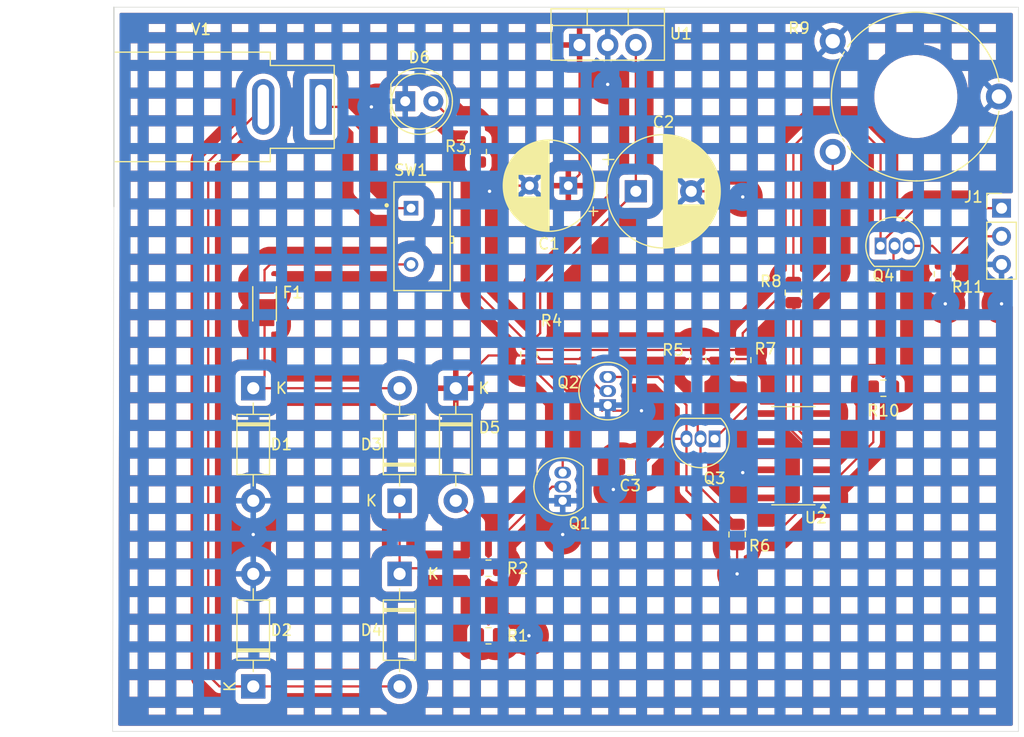
<source format=kicad_pcb>
(kicad_pcb (version 20241229) (generator "pcbnew") (generator_version "9.0")
  (title_block (title "CMPE2150 PWM Generator - rkroetch1") (date "2025-12-16") (rev "4") (company "NAIT CNT"))
  (layers (0 "F.Cu" signal) (2 "B.Cu" signal) (13 "F.Paste" user) (15 "B.Paste" user) (5 "F.SilkS" user "F.Silkscreen") (7 "B.SilkS" user "B.Silkscreen") (1 "F.Mask" user) (3 "B.Mask" user) (25 "Edge.Cuts" user))
  (net 0 "")
  (net 1 "VCC")
  (net 2 "GND")
  (net 3 "Net-(J1-Pin_1)")
  (net 4 "Net-(Q2-C)")
  (net 5 "Net-(D1-K)")
  (net 6 "GNDPWR")
  (net 7 "Net-(D3-K)")
  (net 8 "Net-(D6-A)")
  (net 9 "Net-(F1-Pad1)")
  (net 10 "Net-(J1-Pin_2)")
  (net 11 "Net-(Q1-C)")
  (net 12 "Net-(Q1-B)")
  (net 13 "Net-(Q3-B)")
  (net 14 "Net-(Q3-E)")
  (net 15 "Net-(Q4-B)")
  (net 16 "Net-(U2A-+)")
  (net 17 "Net-(R10-Pad1)")
  (net 18 "Net-(SW1-Pad1)")
  (footprint "Diode_THT:D_DO-41_SOD81_P10.16mm_Horizontal" (layer "F.Cu") (at 38.47822 57.912 -90)
    (property "Reference" "D1" (at 5.08 -2.54 180) (layer "F.SilkS"))
    (property "Value" "1N4005G")
    (fp_text user "K" (at 0 -2.54 180) (layer "F.SilkS"))
    (pad "1" thru_hole rect (at 0 0 270) (size 2.2 2.2) (drill 1.1) (layers "*.Cu" "*.Mask") (net 5 "Net-(D1-K)"))
    (pad "2" thru_hole oval (at 10.16 0 270) (size 2.2 2.2) (drill 1.1) (layers "*.Cu" "*.Mask") (net 2 "GND"))
  )
  (footprint "Library:RESC3115X65N" (layer "F.Cu") (at 39.50022 50.292 -90)
    (property "Reference" "F1" (at -1.016 -2.534 180) (layer "F.SilkS") (effects (font (size 1.016 1.016))))
    (property "Value" "NANOSMDC016F-2")
    (pad "1" smd roundrect (at -1.465 0 270) (size 1.09 1.77) (layers "F.Cu" "F.Mask" "F.Paste") (roundrect_rratio 0.07) (net 9 "Net-(F1-Pad1)"))
    (pad "2" smd roundrect (at 1.54 0 270) (size 0.94 1.77) (layers "F.Cu" "F.Mask" "F.Paste") (roundrect_rratio 0.07) (net 5 "Net-(D1-K)"))
  )
  (footprint "Connector_BarrelJack:BarrelJack_SwitchcraftConxall_RAPC10U_Horizontal" (layer "F.Cu") (at 44.56822 32.512)
    (property "Reference" "V1" (at -10.8 -7 0) (layer "F.SilkS"))
    (property "Value" "Barrel_Jack")
    (fp_line (start -18.67 -9) (end -18.67 9) (stroke (width 0.12)) (layer "Edge.Cuts"))
    (pad "1" thru_hole rect (at 0 0) (size 2.02 5.02) (drill oval 1.02 4.02) (layers "*.Cu" "*.Mask") (net 18 "Net-(SW1-Pad1)"))
    (pad "2" thru_hole oval (at -5.18 0) (size 2.02 5.02) (drill oval 1.02 4.02) (layers "*.Cu" "*.Mask") (net 6 "GNDPWR"))
  )
  (footprint "Package_SO:SOIC-14_3.9x8.7mm_P1.27mm" (layer "F.Cu") (at 87.24622 64.008 180)
    (property "Reference" "U2" (at -2.032 -5.588 0) (layer "F.SilkS"))
    (property "Value" "LM339AJ")
    (pad "1" smd roundrect (at -2.475 -3.81 180) (size 1.95 0.6) (layers "F.Cu" "F.Mask" "F.Paste"))
    (pad "2" smd roundrect (at -2.475 -2.54 180) (size 1.95 0.6) (layers "F.Cu" "F.Mask" "F.Paste") (net 17 "Net-(R10-Pad1)"))
    (pad "3" smd roundrect (at -2.475 -1.27 180) (size 1.95 0.6) (layers "F.Cu" "F.Mask" "F.Paste") (net 1 "VCC"))
    (pad "4" smd roundrect (at -2.475 0 180) (size 1.95 0.6) (layers "F.Cu" "F.Mask" "F.Paste") (net 4 "Net-(Q2-C)"))
    (pad "5" smd roundrect (at -2.475 1.27 180) (size 1.95 0.6) (layers "F.Cu" "F.Mask" "F.Paste") (net 16 "Net-(U2A-+)"))
    (pad "6" smd roundrect (at -2.475 2.54 180) (size 1.95 0.6) (layers "F.Cu" "F.Mask" "F.Paste"))
    (pad "7" smd roundrect (at -2.475 3.81 180) (size 1.95 0.6) (layers "F.Cu" "F.Mask" "F.Paste"))
    (pad "8" smd roundrect (at 2.475 3.81 180) (size 1.95 0.6) (layers "F.Cu" "F.Mask" "F.Paste"))
    (pad "9" smd roundrect (at 2.475 2.54 180) (size 1.95 0.6) (layers "F.Cu" "F.Mask" "F.Paste"))
    (pad "10" smd roundrect (at 2.475 1.27 180) (size 1.95 0.6) (layers "F.Cu" "F.Mask" "F.Paste"))
    (pad "11" smd roundrect (at 2.475 0 180) (size 1.95 0.6) (layers "F.Cu" "F.Mask" "F.Paste"))
    (pad "12" smd roundrect (at 2.475 -1.27 180) (size 1.95 0.6) (layers "F.Cu" "F.Mask" "F.Paste") (net 2 "GND"))
    (pad "13" smd roundrect (at 2.475 -2.54 180) (size 1.95 0.6) (layers "F.Cu" "F.Mask" "F.Paste"))
    (pad "14" smd roundrect (at 2.475 -3.81 180) (size 1.95 0.6) (layers "F.Cu" "F.Mask" "F.Paste"))
  )
  (footprint "Package_TO_SOT_THT:TO-220-3_Vertical" (layer "F.Cu") (at 67.94222 26.924)
    (property "Reference" "U1" (at 9.144 -1.016 0) (layer "F.SilkS"))
    (property "Value" "LM7805_TO220")
    (pad "1" thru_hole rect (at 0 0) (size 1.905 2) (drill 1.1) (layers "*.Cu" "*.Mask") (net 1 "VCC"))
    (pad "2" thru_hole oval (at 2.54 0) (size 1.905 2) (drill 1.1) (layers "*.Cu" "*.Mask") (net 2 "GND"))
    (pad "3" thru_hole oval (at 5.08 0) (size 1.905 2) (drill 1.1) (layers "*.Cu" "*.Mask") (net 3 "Net-(J1-Pin_1)"))
  )
  (footprint "Resistor_SMD:R_0805_2012Metric" (layer "F.Cu") (at 100.70822 47.604 -90)
    (property "Reference" "R11" (at 1.164 -2.286 180) (layer "F.SilkS"))
    (property "Value" "180")
    (pad "1" smd roundrect (at -0.9125 0 270) (size 1.025 1.4) (layers "F.Cu" "F.Mask" "F.Paste") (roundrect_rratio 0.243902) (net 10 "Net-(J1-Pin_2)"))
    (pad "2" smd roundrect (at 0.9125 0 270) (size 1.025 1.4) (layers "F.Cu" "F.Mask" "F.Paste") (roundrect_rratio 0.243902) (net 2 "GND"))
  )
  (footprint "Resistor_SMD:R_0805_2012Metric" (layer "F.Cu") (at 59.71672 74.168)
    (property "Reference" "R2" (at 2.6375 0 0) (layer "F.SilkS"))
    (property "Value" "1M")
    (pad "1" smd roundrect (at -0.9125 0) (size 1.025 1.4) (layers "F.Cu" "F.Mask" "F.Paste") (roundrect_rratio 0.243902) (net 7 "Net-(D3-K)"))
    (pad "2" smd roundrect (at 0.9125 0) (size 1.025 1.4) (layers "F.Cu" "F.Mask" "F.Paste") (roundrect_rratio 0.243902) (net 12 "Net-(Q1-B)"))
  )
  (footprint "Package_TO_SOT_THT:TO-92_Inline" (layer "F.Cu") (at 70.48222 59.436 90)
    (property "Reference" "Q2" (at 2.032 -3.556 180) (layer "F.SilkS"))
    (property "Value" "2N3904")
    (pad "1" thru_hole rect (at 0 0 90) (size 1.05 1.5) (drill 0.75) (layers "*.Cu" "*.Mask") (net 2 "GND"))
    (pad "2" thru_hole oval (at 1.27 0 90) (size 1.05 1.5) (drill 0.75) (layers "*.Cu" "*.Mask") (net 11 "Net-(Q1-C)"))
    (pad "3" thru_hole oval (at 2.54 0 90) (size 1.05 1.5) (drill 0.75) (layers "*.Cu" "*.Mask") (net 4 "Net-(Q2-C)"))
  )
  (footprint "Package_TO_SOT_THT:TO-92_Inline" (layer "F.Cu") (at 95.12022 45.064)
    (property "Reference" "Q4" (at 0.254 2.688 0) (layer "F.SilkS"))
    (property "Value" "2N3906")
    (pad "1" thru_hole rect (at 0 0) (size 1.05 1.5) (drill 0.75) (layers "*.Cu" "*.Mask") (net 3 "Net-(J1-Pin_1)"))
    (pad "2" thru_hole oval (at 1.27 0) (size 1.05 1.5) (drill 0.75) (layers "*.Cu" "*.Mask") (net 15 "Net-(Q4-B)"))
    (pad "3" thru_hole oval (at 2.54 0) (size 1.05 1.5) (drill 0.75) (layers "*.Cu" "*.Mask") (net 10 "Net-(J1-Pin_2)"))
  )
  (footprint "Diode_THT:D_DO-41_SOD81_P10.16mm_Horizontal" (layer "F.Cu") (at 51.69222 74.676 -90)
    (property "Reference" "D4" (at 5.08 2.546 180) (layer "F.SilkS"))
    (property "Value" "1N4005G")
    (fp_text user "K" (at 0 -3.042 180) (layer "F.SilkS"))
    (pad "1" thru_hole rect (at 0 0 270) (size 2.2 2.2) (drill 1.1) (layers "*.Cu" "*.Mask") (net 7 "Net-(D3-K)"))
    (pad "2" thru_hole oval (at 10.16 0 270) (size 2.2 2.2) (drill 1.1) (layers "*.Cu" "*.Mask") (net 6 "GNDPWR"))
  )
  (footprint "Capacitor_THT:CP_Radial_D10.0mm_P5.00mm" (layer "F.Cu") (at 73.02222 40.132)
    (property "Reference" "C2" (at 2.5 -6.25 0) (layer "F.SilkS"))
    (property "Value" "10uF")
    (pad "1" thru_hole rect (at 0 0) (size 2 2) (drill 1) (layers "*.Cu" "*.Mask") (net 3 "Net-(J1-Pin_1)"))
    (pad "2" thru_hole circle (at 5 0) (size 2 2) (drill 1) (layers "*.Cu" "*.Mask") (net 2 "GND"))
  )
  (footprint "Resistor_SMD:R_0805_2012Metric" (layer "F.Cu") (at 58.79822 36.576 90)
    (property "Reference" "R3" (at 0.508 -2.032 180) (layer "F.SilkS"))
    (property "Value" "330")
    (pad "1" smd roundrect (at -0.9125 0 90) (size 1.025 1.4) (layers "F.Cu" "F.Mask" "F.Paste") (roundrect_rratio 0.243902) (net 3 "Net-(J1-Pin_1)"))
    (pad "2" smd roundrect (at 0.9125 0 90) (size 1.025 1.4) (layers "F.Cu" "F.Mask" "F.Paste") (roundrect_rratio 0.243902) (net 8 "Net-(D6-A)"))
  )
  (footprint "Diode_THT:D_DO-41_SOD81_P10.16mm_Horizontal" (layer "F.Cu") (at 56.76622 57.912 -90)
    (property "Reference" "D5" (at 3.556 -3.042 180) (layer "F.SilkS"))
    (property "Value" "1N4005G")
    (fp_text user "K" (at 0 -2.54 180) (layer "F.SilkS"))
    (pad "1" thru_hole rect (at 0 0 270) (size 2.2 2.2) (drill 1.1) (layers "*.Cu" "*.Mask") (net 1 "VCC"))
    (pad "2" thru_hole oval (at 10.16 0 270) (size 2.2 2.2) (drill 1.1) (layers "*.Cu" "*.Mask") (net 7 "Net-(D3-K)"))
  )
  (footprint "Resistor_SMD:R_0805_2012Metric" (layer "F.Cu") (at 78.61022 55.372 -90)
    (property "Reference" "R5" (at -0.9125 2.230171 180) (layer "F.SilkS"))
    (property "Value" "220k")
    (pad "1" smd roundrect (at -0.9125 0 270) (size 1.025 1.4) (layers "F.Cu" "F.Mask" "F.Paste") (roundrect_rratio 0.243902) (net 3 "Net-(J1-Pin_1)"))
    (pad "2" smd roundrect (at 0.9125 0 270) (size 1.025 1.4) (layers "F.Cu" "F.Mask" "F.Paste") (roundrect_rratio 0.243902) (net 13 "Net-(Q3-B)"))
  )
  (footprint "Resistor_SMD:R_0805_2012Metric" (layer "F.Cu") (at 82.16622 71.12 -90)
    (property "Reference" "R6" (at 1.016 -2.032 180) (layer "F.SilkS"))
    (property "Value" "390k")
    (pad "1" smd roundrect (at -0.9125 0 270) (size 1.025 1.4) (layers "F.Cu" "F.Mask" "F.Paste") (roundrect_rratio 0.243902) (net 13 "Net-(Q3-B)"))
    (pad "2" smd roundrect (at 0.9125 0 270) (size 1.025 1.4) (layers "F.Cu" "F.Mask" "F.Paste") (roundrect_rratio 0.243902) (net 2 "GND"))
  )
  (footprint "Resistor_SMD:R_0805_2012Metric" (layer "F.Cu") (at 63.37022 54.864 -90)
    (property "Reference" "R4" (at -3.048 -2.032 180) (layer "F.SilkS"))
    (property "Value" "10k")
    (pad "1" smd roundrect (at -0.9125 0 270) (size 1.025 1.4) (layers "F.Cu" "F.Mask" "F.Paste") (roundrect_rratio 0.243902) (net 3 "Net-(J1-Pin_1)"))
    (pad "2" smd roundrect (at 0.9125 0 270) (size 1.025 1.4) (layers "F.Cu" "F.Mask" "F.Paste") (roundrect_rratio 0.243902) (net 11 "Net-(Q1-C)"))
  )
  (footprint "Package_TO_SOT_THT:TO-92_Inline" (layer "F.Cu") (at 80.13422 62.484 180)
    (property "Reference" "Q3" (at 0 -3.56 0) (layer "F.SilkS"))
    (property "Value" "2N3906")
    (pad "1" thru_hole rect (at 0 0 180) (size 1.05 1.5) (drill 0.75) (layers "*.Cu" "*.Mask") (net 14 "Net-(Q3-E)"))
    (pad "2" thru_hole oval (at 1.27 0 180) (size 1.05 1.5) (drill 0.75) (layers "*.Cu" "*.Mask") (net 13 "Net-(Q3-B)"))
    (pad "3" thru_hole oval (at 2.54 0 180) (size 1.05 1.5) (drill 0.75) (layers "*.Cu" "*.Mask") (net 4 "Net-(Q2-C)"))
  )
  (footprint "LED_THT:LED_D5.0mm" (layer "F.Cu") (at 52.20022 32.004)
    (property "Reference" "D6" (at 1.27 -3.96 0) (layer "F.SilkS"))
    (property "Value" "LED_GREEN")
    (pad "1" thru_hole rect (at 0 0) (size 1.8 1.8) (drill 0.9) (layers "*.Cu" "*.Mask") (net 2 "GND"))
    (pad "2" thru_hole circle (at 2.54 0) (size 1.8 1.8) (drill 0.9) (layers "*.Cu" "*.Mask") (net 8 "Net-(D6-A)"))
  )
  (footprint "Resistor_SMD:R_0805_2012Metric" (layer "F.Cu") (at 59.71672 80.264)
    (property "Reference" "R1" (at 2.6375 0 0) (layer "F.SilkS"))
    (property "Value" "2.2k")
    (pad "1" smd roundrect (at -0.9125 0) (size 1.025 1.4) (layers "F.Cu" "F.Mask" "F.Paste") (roundrect_rratio 0.243902) (net 7 "Net-(D3-K)"))
    (pad "2" smd roundrect (at 0.9125 0) (size 1.025 1.4) (layers "F.Cu" "F.Mask" "F.Paste") (roundrect_rratio 0.243902) (net 2 "GND"))
  )
  (footprint "Library:SW_AS11CP" (layer "F.Cu") (at 53.72422 44.196)
    (property "Reference" "SW1" (at -1.022 -5.975 0) (layer "F.SilkS"))
    (property "Value" "AS11CP")
    (pad "1" thru_hole rect (at -1 -2.54) (size 1.308 1.308) (drill 0.8) (layers "*.Cu" "*.Mask") (net 18 "Net-(SW1-Pad1)"))
    (pad "3" thru_hole circle (at -1 2.54) (size 1.308 1.308) (drill 0.8) (layers "*.Cu" "*.Mask") (net 9 "Net-(F1-Pad1)"))
  )
  (footprint "Capacitor_THT:CP_Radial_D8.0mm_P3.50mm" (layer "F.Cu") (at 66.92622 39.624 180)
    (property "Reference" "C1" (at 1.75 -5.25 0) (layer "F.SilkS"))
    (property "Value" "220uF")
    (pad "1" thru_hole rect (at 0 0 180) (size 1.6 1.6) (drill 0.8) (layers "*.Cu" "*.Mask") (net 1 "VCC"))
    (pad "2" thru_hole circle (at 3.5 0 180) (size 1.6 1.6) (drill 0.8) (layers "*.Cu" "*.Mask") (net 2 "GND"))
  )
  (footprint "Resistor_SMD:R_0805_2012Metric" (layer "F.Cu") (at 87.24622 49.276 -90)
    (property "Reference" "R8" (at -1.016 2.032 180) (layer "F.SilkS"))
    (property "Value" "2.2k")
    (pad "1" smd roundrect (at -0.9125 0 270) (size 1.025 1.4) (layers "F.Cu" "F.Mask" "F.Paste") (roundrect_rratio 0.243902) (net 3 "Net-(J1-Pin_1)"))
    (pad "2" smd roundrect (at 0.9125 0 270) (size 1.025 1.4) (layers "F.Cu" "F.Mask" "F.Paste") (roundrect_rratio 0.243902) (net 16 "Net-(U2A-+)"))
  )
  (footprint "Resistor_SMD:R_0805_2012Metric" (layer "F.Cu") (at 95.37422 57.912)
    (property "Reference" "R10" (at 0 2.032 0) (layer "F.SilkS"))
    (property "Value" "8.2k")
    (pad "1" smd roundrect (at -0.9125 0) (size 1.025 1.4) (layers "F.Cu" "F.Mask" "F.Paste") (roundrect_rratio 0.243902) (net 17 "Net-(R10-Pad1)"))
    (pad "2" smd roundrect (at 0.9125 0) (size 1.025 1.4) (layers "F.Cu" "F.Mask" "F.Paste") (roundrect_rratio 0.243902) (net 15 "Net-(Q4-B)"))
  )
  (footprint "Diode_THT:D_DO-41_SOD81_P10.16mm_Horizontal" (layer "F.Cu") (at 51.69222 68.072 90)
    (property "Reference" "D3" (at 5.08 -2.546 180) (layer "F.SilkS"))
    (property "Value" "1N4005G")
    (fp_text user "K" (at 0 -2.546 180) (layer "F.SilkS"))
    (pad "1" thru_hole rect (at 0 0 90) (size 2.2 2.2) (drill 1.1) (layers "*.Cu" "*.Mask") (net 7 "Net-(D3-K)"))
    (pad "2" thru_hole oval (at 10.16 0 90) (size 2.2 2.2) (drill 1.1) (layers "*.Cu" "*.Mask") (net 5 "Net-(D1-K)"))
  )
  (footprint "Potentiometer_THT:Potentiometer_Piher_PT-15-V15_Vertical_Hole" (layer "F.Cu") (at 90.80222 36.576)
    (property "Reference" "R9" (at -3.048 -11.176 0) (layer "F.SilkS"))
    (property "Value" "5k")
    (pad "" np_thru_hole circle (at 7.5 -5) (size 7 7) (drill 7) (layers "*.Cu" "*.Mask"))
    (pad "1" thru_hole circle (at 0 0) (size 2.34 2.34) (drill 1.3) (layers "*.Cu" "*.Mask") (net 16 "Net-(U2A-+)"))
    (pad "2" thru_hole circle (at 15 -5) (size 2.34 2.34) (drill 1.3) (layers "*.Cu" "*.Mask") (net 2 "GND"))
    (pad "3" thru_hole circle (at 0 -10) (size 2.34 2.34) (drill 1.3) (layers "*.Cu" "*.Mask") (net 2 "GND"))
  )
  (footprint "Capacitor_SMD:C_0805_2012Metric" (layer "F.Cu") (at 72.51422 65.024 180)
    (property "Reference" "C3" (at 0 -1.68 0) (layer "F.SilkS"))
    (property "Value" "0.1uF")
    (pad "1" smd roundrect (at -0.95 0 180) (size 1 1.45) (layers "F.Cu" "F.Mask" "F.Paste") (net 4 "Net-(Q2-C)"))
    (pad "2" smd roundrect (at 0.95 0 180) (size 1 1.45) (layers "F.Cu" "F.Mask" "F.Paste") (net 2 "GND"))
  )
  (footprint "Connector_PinHeader_2.54mm:PinHeader_1x03_P2.54mm_Vertical" (layer "F.Cu") (at 106.04222 41.656)
    (property "Reference" "J1" (at -2.54 -1.016 0) (layer "F.SilkS"))
    (property "Value" "Conn_01x03_Pin")
    (pad "1" thru_hole rect (at 0 0) (size 1.7 1.7) (drill 1) (layers "*.Cu" "*.Mask") (net 3 "Net-(J1-Pin_1)"))
    (pad "2" thru_hole oval (at 0 2.54) (size 1.7 1.7) (drill 1) (layers "*.Cu" "*.Mask") (net 10 "Net-(J1-Pin_2)"))
    (pad "3" thru_hole oval (at 0 5.08) (size 1.7 1.7) (drill 1) (layers "*.Cu" "*.Mask") (net 2 "GND"))
  )
  (footprint "Package_TO_SOT_THT:TO-92_Inline" (layer "F.Cu") (at 66.41822 68.072 90)
    (property "Reference" "Q1" (at -2.032 1.524 180) (layer "F.SilkS"))
    (property "Value" "2N3904")
    (pad "1" thru_hole rect (at 0 0 90) (size 1.05 1.5) (drill 0.75) (layers "*.Cu" "*.Mask") (net 2 "GND"))
    (pad "2" thru_hole oval (at 1.27 0 90) (size 1.05 1.5) (drill 0.75) (layers "*.Cu" "*.Mask") (net 12 "Net-(Q1-B)"))
    (pad "3" thru_hole oval (at 2.54 0 90) (size 1.05 1.5) (drill 0.75) (layers "*.Cu" "*.Mask") (net 11 "Net-(Q1-C)"))
  )
  (footprint "Diode_THT:D_DO-41_SOD81_P10.16mm_Horizontal" (layer "F.Cu") (at 38.47822 84.836 90)
    (property "Reference" "D2" (at 5.08 2.54 180) (layer "F.SilkS"))
    (property "Value" "1N4005G")
    (fp_text user "K" (at 0 -2.1 90) (layer "F.SilkS"))
    (pad "1" thru_hole rect (at 0 0 90) (size 2.2 2.2) (drill 1.1) (layers "*.Cu" "*.Mask") (net 6 "GNDPWR"))
    (pad "2" thru_hole oval (at 10.16 0 90) (size 2.2 2.2) (drill 1.1) (layers "*.Cu" "*.Mask") (net 2 "GND"))
  )
  (footprint "Resistor_SMD:R_0805_2012Metric" (layer "F.Cu") (at 82.67422 55.372 -90)
    (property "Reference" "R7" (at -1.016 -2.032 180) (layer "F.SilkS"))
    (property "Value" "22k")
    (pad "1" smd roundrect (at -0.9125 0 270) (size 1.025 1.4) (layers "F.Cu" "F.Mask" "F.Paste") (roundrect_rratio 0.243902) (net 3 "Net-(J1-Pin_1)"))
    (pad "2" smd roundrect (at 0.9125 0 270) (size 1.025 1.4) (layers "F.Cu" "F.Mask" "F.Paste") (roundrect_rratio 0.243902) (net 14 "Net-(Q3-E)"))
  )
  (gr_line (start 107.56622 23.512) (end 107.56622 88.9) (stroke (width 0.0508)) (layer "Edge.Cuts"))
  (gr_line (start 25.77822 88.9) (end 107.56622 88.9) (stroke (width 0.0508)) (layer "Edge.Cuts"))
  (gr_line (start 107.56622 23.512) (end 25.89822 23.512) (stroke (width 0.0508)) (layer "Edge.Cuts"))
  (gr_line (start 25.77822 88.9) (end 25.89822 41.512) (stroke (width 0.0508)) (layer "Edge.Cuts"))
  (segment (start 90.680776 63.3438) (end 91.00202 63.665044) (width 0.2032) (layer "F.Cu") (net 1))
  (segment (start 67.94222 26.924) (end 67.94222 38.608) (width 0.2032) (layer "F.Cu") (net 1))
  (segment (start 84.18802 55.276854) (end 86.05202 57.140854) (width 0.2032) (layer "F.Cu") (net 1))
  (segment (start 56.76622 57.912) (end 59.72002 54.9582) (width 0.2032) (layer "F.Cu") (net 1))
  (segment (start 88.703264 63.3438) (end 90.680776 63.3438) (width 0.2032) (layer "F.Cu") (net 1))
  (segment (start 59.72002 54.9582) (end 64.057366 54.9582) (width 0.2032) (layer "F.Cu") (net 1))
  (segment (start 86.05202 60.692556) (end 88.703264 63.3438) (width 0.2032) (layer "F.Cu") (net 1))
  (segment (start 91.00202 64.972199) (end 90.696219 65.278) (width 0.2032) (layer "F.Cu") (net 1))
  (segment (start 86.05202 57.140854) (end 86.05202 60.692556) (width 0.2032) (layer "F.Cu") (net 1))
  (segment (start 90.696219 65.278) (end 89.72122 65.278) (width 0.2032) (layer "F.Cu") (net 1))
  (segment (start 91.00202 63.665044) (end 91.00202 64.972199) (width 0.2032) (layer "F.Cu") (net 1))
  (segment (start 67.94222 38.608) (end 66.92622 39.624) (width 0.2032) (layer "F.Cu") (net 1))
  (segment (start 64.37602 55.276854) (end 84.18802 55.276854) (width 0.2032) (layer "F.Cu") (net 1))
  (segment (start 64.057366 54.9582) (end 64.37602 55.276854) (width 0.2032) (layer "F.Cu") (net 1))
  (segment (start 73.53022 59.944) (end 70.99022 59.944) (width 0.2032) (layer "F.Cu") (net 2))
  (segment (start 38.47822 74.676) (end 38.47822 71.12) (width 0.2032) (layer "F.Cu") (net 2))
  (segment (start 60.62922 80.264) (end 63.37022 80.264) (width 0.2032) (layer "F.Cu") (net 2))
  (segment (start 71.56422 66.482) (end 70.99022 67.056) (width 0.2032) (layer "F.Cu") (net 2))
  (segment (start 70.48222 26.924) (end 70.48222 30.48) (width 0.2032) (layer "F.Cu") (net 2))
  (segment (start 66.41822 68.072) (end 66.41822 71.12) (width 0.2032) (layer "F.Cu") (net 2))
  (segment (start 100.70822 50.038) (end 100.96222 50.292) (width 0.2032) (layer "F.Cu") (net 2))
  (segment (start 82.16622 72.0325) (end 82.16622 74.676) (width 0.2032) (layer "F.Cu") (net 2))
  (segment (start 69.97422 59.944) (end 70.48222 59.436) (width 0.2032) (layer "F.Cu") (net 2))
  (segment (start 106.04222 46.736) (end 106.04222 50.292) (width 0.2032) (layer "F.Cu") (net 2))
  (segment (start 100.70822 48.5165) (end 100.70822 49.128) (width 0.2032) (layer "F.Cu") (net 2))
  (segment (start 84.77122 65.278) (end 82.92822 65.278) (width 0.2032) (layer "F.Cu") (net 2))
  (segment (start 82.16622 40.132) (end 82.67422 40.64) (width 0.2032) (layer "F.Cu") (net 2))
  (segment (start 49.65422 32.004) (end 49.14622 32.512) (width 0.2032) (layer "F.Cu") (net 2))
  (segment (start 82.92822 65.278) (end 82.67422 65.532) (width 0.2032) (layer "F.Cu") (net 2))
  (segment (start 70.99022 59.944) (end 70.48222 59.436) (width 0.2032) (layer "F.Cu") (net 2))
  (segment (start 63.42622 39.624) (end 60.32222 39.624) (width 0.2032) (layer "F.Cu") (net 2))
  (segment (start 60.32222 39.624) (end 59.81422 40.132) (width 0.2032) (layer "F.Cu") (net 2))
  (segment (start 78.02222 40.132) (end 82.16622 40.132) (width 0.2032) (layer "F.Cu") (net 2))
  (segment (start 100.70822 48.5165) (end 100.70822 50.038) (width 0.2032) (layer "F.Cu") (net 2))
  (segment (start 71.56422 65.024) (end 71.56422 66.482) (width 0.2032) (layer "F.Cu") (net 2))
  (segment (start 52.20022 32.004) (end 49.65422 32.004) (width 0.2032) (layer "F.Cu") (net 2))
  (segment (start 38.47822 68.072) (end 38.47822 71.12) (width 0.2032) (layer "F.Cu") (net 2))
  (via (at 63.37022 80.264) (size 0.6096) (drill 0.3048) (layers "F.Cu" "B.Cu") (net 2))
  (via (at 106.04222 50.292) (size 0.6096) (drill 0.3048) (layers "F.Cu" "B.Cu") (net 2))
  (via (at 82.67422 40.64) (size 0.6096) (drill 0.3048) (layers "F.Cu" "B.Cu") (net 2))
  (via (at 49.14622 32.512) (size 0.6096) (drill 0.3048) (layers "F.Cu" "B.Cu") (net 2))
  (via (at 38.47822 71.12) (size 0.6096) (drill 0.3048) (layers "F.Cu" "B.Cu") (net 2))
  (via (at 70.48222 30.48) (size 0.6096) (drill 0.3048) (layers "F.Cu" "B.Cu") (net 2))
  (via (at 66.41822 71.12) (size 0.6096) (drill 0.3048) (layers "F.Cu" "B.Cu") (net 2))
  (via (at 100.96222 50.292) (size 0.6096) (drill 0.3048) (layers "F.Cu" "B.Cu") (net 2))
  (via (at 73.53022 59.944) (size 0.6096) (drill 0.3048) (layers "F.Cu" "B.Cu") (net 2))
  (via (at 59.81422 40.132) (size 0.6096) (drill 0.3048) (layers "F.Cu" "B.Cu") (net 2))
  (via (at 82.67422 65.532) (size 0.6096) (drill 0.3048) (layers "F.Cu" "B.Cu") (net 2))
  (via (at 82.16622 74.676) (size 0.6096) (drill 0.3048) (layers "F.Cu" "B.Cu") (net 2))
  (via (at 70.99022 67.056) (size 0.6096) (drill 0.3048) (layers "F.Cu" "B.Cu") (net 2))
  (segment (start 64.38622 52.9355) (end 63.37022 53.9515) (width 0.2032) (layer "F.Cu") (net 3))
  (segment (start 78.61022 54.4595) (end 82.67422 54.4595) (width 0.2032) (layer "F.Cu") (net 3))
  (segment (start 89.27822 34.036) (end 92.83422 34.036) (width 0.2032) (layer "F.Cu") (net 3))
  (segment (start 87.24622 36.068) (end 89.27822 34.036) (width 0.2032) (layer "F.Cu") (net 3))
  (segment (start 82.67422 54.4595) (end 82.67422 52.9355) (width 0.2032) (layer "F.Cu") (net 3))
  (segment (start 106.04222 41.656) (end 98.30322 41.656) (width 0.2032) (layer "F.Cu") (net 3))
  (segment (start 78.61022 54.4595) (end 63.87822 54.4595) (width 0.2032) (layer "F.Cu") (net 3))
  (segment (start 87.24622 48.3635) (end 87.24622 36.068) (width 0.2032) (layer "F.Cu") (net 3))
  (segment (start 64.38622 48.768) (end 73.02222 40.132) (width 0.2032) (layer "F.Cu") (net 3))
  (segment (start 98.30322 41.656) (end 95.12022 44.839) (width 0.2032) (layer "F.Cu") (net 3))
  (segment (start 63.87822 54.4595) (end 63.37022 53.9515) (width 0.2032) (layer "F.Cu") (net 3))
  (segment (start 73.02222 40.132) (end 73.02222 26.924) (width 0.2032) (layer "F.Cu") (net 3))
  (segment (start 64.38622 48.768) (end 64.38622 52.9355) (width 0.2032) (layer "F.Cu") (net 3))
  (segment (start 58.79822 49.3795) (end 63.37022 53.9515) (width 0.2032) (layer "F.Cu") (net 3))
  (segment (start 95.12022 44.839) (end 95.12022 45.064) (width 0.2032) (layer "F.Cu") (net 3))
  (segment (start 58.79822 37.4885) (end 58.79822 49.3795) (width 0.2032) (layer "F.Cu") (net 3))
  (segment (start 95.12022 36.322) (end 95.12022 45.064) (width 0.2032) (layer "F.Cu") (net 3))
  (segment (start 82.67422 52.9355) (end 87.24622 48.3635) (width 0.2032) (layer "F.Cu") (net 3))
  (segment (start 92.83422 34.036) (end 95.12022 36.322) (width 0.2032) (layer "F.Cu") (net 3))
  (segment (start 77.59422 62.484) (end 77.59422 67.140946) (width 0.2032) (layer "F.Cu") (net 4))
  (segment (start 88.746221 64.008) (end 89.72122 64.008) (width 0.2032) (layer "F.Cu") (net 4))
  (segment (start 76.00422 62.484) (end 77.59422 62.484) (width 0.2032) (layer "F.Cu") (net 4))
  (segment (start 88.44042 68.295799) (end 88.44042 64.313801) (width 0.2032) (layer "F.Cu") (net 4))
  (segment (start 70.48222 56.896) (end 75.05422 56.896) (width 0.2032) (layer "F.Cu") (net 4))
  (segment (start 77.59422 59.436) (end 77.59422 62.484) (width 0.2032) (layer "F.Cu") (net 4))
  (segment (start 85.710419 71.0258) (end 88.44042 68.295799) (width 0.2032) (layer "F.Cu") (net 4))
  (segment (start 75.05422 56.896) (end 77.59422 59.436) (width 0.2032) (layer "F.Cu") (net 4))
  (segment (start 70.48222 56.896) (end 70.48222 56.827849) (width 0.2032) (layer "F.Cu") (net 4))
  (segment (start 73.46422 65.024) (end 76.00422 62.484) (width 0.2032) (layer "F.Cu") (net 4))
  (segment (start 88.44042 64.313801) (end 88.746221 64.008) (width 0.2032) (layer "F.Cu") (net 4))
  (segment (start 77.59422 67.140946) (end 81.479074 71.0258) (width 0.2032) (layer "F.Cu") (net 4))
  (segment (start 81.479074 71.0258) (end 85.710419 71.0258) (width 0.2032) (layer "F.Cu") (net 4))
  (segment (start 39.50022 51.832) (end 39.50022 56.89) (width 0.2032) (layer "F.Cu") (net 5))
  (segment (start 39.50022 56.89) (end 38.47822 57.912) (width 0.2032) (layer "F.Cu") (net 5))
  (segment (start 38.47822 57.912) (end 51.69222 57.912) (width 0.2032) (layer "F.Cu") (net 5))
  (segment (start 51.69222 84.836) (end 38.47822 84.836) (width 0.2032) (layer "F.Cu") (net 6))
  (segment (start 35.43022 84.836) (end 38.47822 84.836) (width 0.2032) (layer "F.Cu") (net 6))
  (segment (start 39.38822 32.512) (end 34.41422 37.486) (width 0.2032) (layer "F.Cu") (net 6))
  (segment (start 34.41422 83.82) (end 35.43022 84.836) (width 0.2032) (layer "F.Cu") (net 6))
  (segment (start 34.41422 37.486) (end 34.41422 83.82) (width 0.2032) (layer "F.Cu") (net 6))
  (segment (start 39.38822 32.512) (end 39.38822 34.142) (width 0.2032) (layer "B.Cu") (net 6))
  (segment (start 58.80422 74.168) (end 58.80422 70.11) (width 0.2032) (layer "F.Cu") (net 7))
  (segment (start 58.80422 74.168) (end 58.80422 80.264) (width 0.2032) (layer "F.Cu") (net 7))
  (segment (start 58.80422 70.11) (end 56.76622 68.072) (width 0.2032) (layer "F.Cu") (net 7))
  (segment (start 51.69222 74.676) (end 52.19422 74.676) (width 0.2032) (layer "F.Cu") (net 7))
  (segment (start 52.19422 74.676) (end 52.70222 74.168) (width 0.2032) (layer "F.Cu") (net 7))
  (segment (start 51.69222 74.676) (end 51.69222 68.072) (width 0.2032) (layer "F.Cu") (net 7))
  (segment (start 52.70222 74.168) (end 58.80422 74.168) (width 0.2032) (layer "F.Cu") (net 7))
  (segment (start 58.29022 34.036) (end 58.79822 34.544) (width 0.2032) (layer "F.Cu") (net 8))
  (segment (start 54.74022 32.004) (end 56.77222 34.036) (width 0.2032) (layer "F.Cu") (net 8))
  (segment (start 58.79822 34.544) (end 58.79822 35.6635) (width 0.2032) (layer "F.Cu") (net 8))
  (segment (start 56.77222 34.036) (end 58.29022 34.036) (width 0.2032) (layer "F.Cu") (net 8))
  (segment (start 39.49422 47.244) (end 39.50022 47.25) (width 0.2032) (layer "F.Cu") (net 9))
  (segment (start 52.72422 46.736) (end 40.00222 46.736) (width 0.2032) (layer "F.Cu") (net 9))
  (segment (start 39.50022 47.25) (end 39.50022 48.827) (width 0.2032) (layer "F.Cu") (net 9))
  (segment (start 40.00222 46.736) (end 39.49422 47.244) (width 0.2032) (layer "F.Cu") (net 9))
  (segment (start 100.70822 45.974) (end 99.79822 45.064) (width 0.2032) (layer "F.Cu") (net 10))
  (segment (start 102.99422 44.196) (end 100.70822 46.482) (width 0.2032) (layer "F.Cu") (net 10))
  (segment (start 106.04222 44.196) (end 102.99422 44.196) (width 0.2032) (layer "F.Cu") (net 10))
  (segment (start 99.79822 45.064) (end 97.66022 45.064) (width 0.2032) (layer "F.Cu") (net 10))
  (segment (start 100.70822 46.482) (end 100.70822 46.6915) (width 0.2032) (layer "F.Cu") (net 10))
  (segment (start 100.70822 46.6915) (end 100.70822 45.974) (width 0.2032) (layer "F.Cu") (net 10))
  (segment (start 66.41822 58.8245) (end 63.37022 55.7765) (width 0.2032) (layer "F.Cu") (net 11))
  (segment (start 70.48222 58.166) (end 69.97422 58.166) (width 0.2032) (layer "F.Cu") (net 11))
  (segment (start 67.58472 55.7765) (end 63.37022 55.7765) (width 0.2032) (layer "F.Cu") (net 11))
  (segment (start 69.97422 58.166) (end 67.58472 55.7765) (width 0.2032) (layer "F.Cu") (net 11))
  (segment (start 66.41822 65.532) (end 66.41822 58.8245) (width 0.2032) (layer "F.Cu") (net 11))
  (segment (start 60.62922 74.168) (end 60.62922 71.6378) (width 0.2032) (layer "F.Cu") (net 12))
  (segment (start 65.46502 66.802) (end 66.41822 66.802) (width 0.2032) (layer "F.Cu") (net 12))
  (segment (start 60.62922 71.6378) (end 65.46502 66.802) (width 0.2032) (layer "F.Cu") (net 12))
  (segment (start 82.16622 70.2075) (end 78.86422 66.9055) (width 0.2032) (layer "F.Cu") (net 13))
  (segment (start 78.86422 66.9055) (end 78.86422 62.484) (width 0.2032) (layer "F.Cu") (net 13))
  (segment (start 78.61022 56.2845) (end 78.61022 62.23) (width 0.2032) (layer "F.Cu") (net 13))
  (segment (start 78.61022 62.23) (end 78.86422 62.484) (width 0.2032) (layer "F.Cu") (net 13))
  (segment (start 83.69022 58.928) (end 80.13422 62.484) (width 0.2032) (layer "F.Cu") (net 14))
  (segment (start 83.69022 57.3005) (end 83.69022 58.928) (width 0.2032) (layer "F.Cu") (net 14))
  (segment (start 82.67422 56.2845) (end 83.69022 57.3005) (width 0.2032) (layer "F.Cu") (net 14))
  (segment (start 96.28672 45.1675) (end 96.39022 45.064) (width 0.2032) (layer "F.Cu") (net 15))
  (segment (start 96.28672 57.912) (end 96.28672 45.1675) (width 0.2032) (layer "F.Cu") (net 15))
  (segment (start 87.24622 50.8) (end 87.24622 50.1885) (width 0.2032) (layer "F.Cu") (net 16))
  (segment (start 90.80222 47.244) (end 90.80222 36.576) (width 0.2032) (layer "F.Cu") (net 16))
  (segment (start 87.24622 61.237999) (end 87.24622 50.8) (width 0.2032) (layer "F.Cu") (net 16))
  (segment (start 87.24622 50.8) (end 90.80222 47.244) (width 0.2032) (layer "F.Cu") (net 16))
  (segment (start 89.72122 62.738) (end 88.746221 62.738) (width 0.2032) (layer "F.Cu") (net 16))
  (segment (start 89.72122 62.738) (end 90.696219 62.738) (width 0.2032) (layer "F.Cu") (net 16))
  (segment (start 88.746221 62.738) (end 87.24622 61.237999) (width 0.2032) (layer "F.Cu") (net 16))
  (segment (start 94.46172 57.912) (end 94.46172 62.782499) (width 0.2032) (layer "F.Cu") (net 17))
  (segment (start 90.696219 66.548) (end 89.72122 66.548) (width 0.2032) (layer "F.Cu") (net 17))
  (segment (start 94.46172 62.782499) (end 90.696219 66.548) (width 0.2032) (layer "F.Cu") (net 17))
  (segment (start 44.56822 32.512) (end 46.09822 32.512) (width 0.2032) (layer "F.Cu") (net 18))
  (segment (start 46.09822 32.512) (end 48.13022 34.544) (width 0.2032) (layer "F.Cu") (net 18))
  (segment (start 48.13022 40.132) (end 49.65422 41.656) (width 0.2032) (layer "F.Cu") (net 18))
  (segment (start 49.65422 41.656) (end 52.72422 41.656) (width 0.2032) (layer "F.Cu") (net 18))
  (segment (start 48.13022 34.544) (end 48.13022 40.132) (width 0.2032) (layer "F.Cu") (net 18))
  (zone (net 1) (net_name "VCC") (layer "F.Cu") (priority 1) (connect_pads (clearance 0.5)) (min_thickness 0.25) (fill yes (mode hatch) (thermal_gap 0.5) (thermal_bridge_width 0.5) (hatch_thickness 1) (hatch_gap 1.5) (hatch_orientation 0) (hatch_border_algorithm hatch_thickness) (hatch_min_hole_area 0.3))
    (polygon (pts (xy 25.27022 22.86) (xy 108.07422 22.86) (xy 108.07422 89.408) (xy 25.27022 89.408)))
  )
  (zone (net 2) (net_name "GND") (layer "B.Cu") (connect_pads (clearance 0.5)) (min_thickness 0.25) (fill yes (mode hatch) (thermal_gap 0.5) (thermal_bridge_width 0.5) (hatch_thickness 1) (hatch_gap 1.5) (hatch_orientation 0) (hatch_border_algorithm hatch_thickness) (hatch_min_hole_area 0.3))
    (polygon (pts (xy 25.27022 22.86) (xy 108.07422 22.86) (xy 108.07422 89.408) (xy 25.27022 89.408)))
  )
)
</source>
